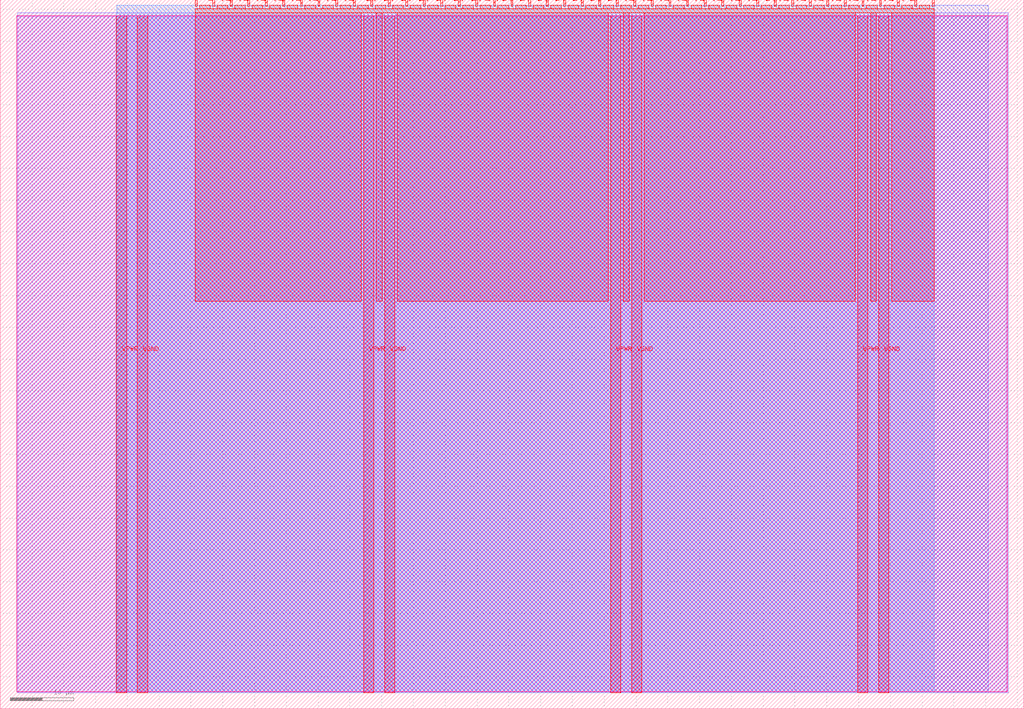
<source format=lef>
VERSION 5.7 ;
  NOWIREEXTENSIONATPIN ON ;
  DIVIDERCHAR "/" ;
  BUSBITCHARS "[]" ;
MACRO tt_um_kentrane_tinyspectrum
  CLASS BLOCK ;
  FOREIGN tt_um_kentrane_tinyspectrum ;
  ORIGIN 0.000 0.000 ;
  SIZE 161.000 BY 111.520 ;
  PIN VGND
    DIRECTION INOUT ;
    USE GROUND ;
    PORT
      LAYER met4 ;
        RECT 21.580 2.480 23.180 109.040 ;
    END
    PORT
      LAYER met4 ;
        RECT 60.450 2.480 62.050 109.040 ;
    END
    PORT
      LAYER met4 ;
        RECT 99.320 2.480 100.920 109.040 ;
    END
    PORT
      LAYER met4 ;
        RECT 138.190 2.480 139.790 109.040 ;
    END
  END VGND
  PIN VPWR
    DIRECTION INOUT ;
    USE POWER ;
    PORT
      LAYER met4 ;
        RECT 18.280 2.480 19.880 109.040 ;
    END
    PORT
      LAYER met4 ;
        RECT 57.150 2.480 58.750 109.040 ;
    END
    PORT
      LAYER met4 ;
        RECT 96.020 2.480 97.620 109.040 ;
    END
    PORT
      LAYER met4 ;
        RECT 134.890 2.480 136.490 109.040 ;
    END
  END VPWR
  PIN clk
    DIRECTION INPUT ;
    USE SIGNAL ;
    ANTENNAGATEAREA 0.852000 ;
    PORT
      LAYER met4 ;
        RECT 143.830 110.520 144.130 111.520 ;
    END
  END clk
  PIN ena
    DIRECTION INPUT ;
    USE SIGNAL ;
    ANTENNAGATEAREA 0.196500 ;
    PORT
      LAYER met4 ;
        RECT 146.590 110.520 146.890 111.520 ;
    END
  END ena
  PIN rst_n
    DIRECTION INPUT ;
    USE SIGNAL ;
    ANTENNAGATEAREA 0.196500 ;
    PORT
      LAYER met4 ;
        RECT 141.070 110.520 141.370 111.520 ;
    END
  END rst_n
  PIN ui_in[0]
    DIRECTION INPUT ;
    USE SIGNAL ;
    ANTENNAGATEAREA 0.196500 ;
    PORT
      LAYER met4 ;
        RECT 138.310 110.520 138.610 111.520 ;
    END
  END ui_in[0]
  PIN ui_in[1]
    DIRECTION INPUT ;
    USE SIGNAL ;
    ANTENNAGATEAREA 0.196500 ;
    PORT
      LAYER met4 ;
        RECT 135.550 110.520 135.850 111.520 ;
    END
  END ui_in[1]
  PIN ui_in[2]
    DIRECTION INPUT ;
    USE SIGNAL ;
    ANTENNAGATEAREA 0.196500 ;
    PORT
      LAYER met4 ;
        RECT 132.790 110.520 133.090 111.520 ;
    END
  END ui_in[2]
  PIN ui_in[3]
    DIRECTION INPUT ;
    USE SIGNAL ;
    ANTENNAGATEAREA 0.196500 ;
    PORT
      LAYER met4 ;
        RECT 130.030 110.520 130.330 111.520 ;
    END
  END ui_in[3]
  PIN ui_in[4]
    DIRECTION INPUT ;
    USE SIGNAL ;
    ANTENNAGATEAREA 0.159000 ;
    PORT
      LAYER met4 ;
        RECT 127.270 110.520 127.570 111.520 ;
    END
  END ui_in[4]
  PIN ui_in[5]
    DIRECTION INPUT ;
    USE SIGNAL ;
    ANTENNAGATEAREA 0.196500 ;
    PORT
      LAYER met4 ;
        RECT 124.510 110.520 124.810 111.520 ;
    END
  END ui_in[5]
  PIN ui_in[6]
    DIRECTION INPUT ;
    USE SIGNAL ;
    ANTENNAGATEAREA 0.196500 ;
    PORT
      LAYER met4 ;
        RECT 121.750 110.520 122.050 111.520 ;
    END
  END ui_in[6]
  PIN ui_in[7]
    DIRECTION INPUT ;
    USE SIGNAL ;
    ANTENNAGATEAREA 0.196500 ;
    PORT
      LAYER met4 ;
        RECT 118.990 110.520 119.290 111.520 ;
    END
  END ui_in[7]
  PIN uio_in[0]
    DIRECTION INPUT ;
    USE SIGNAL ;
    PORT
      LAYER met4 ;
        RECT 116.230 110.520 116.530 111.520 ;
    END
  END uio_in[0]
  PIN uio_in[1]
    DIRECTION INPUT ;
    USE SIGNAL ;
    PORT
      LAYER met4 ;
        RECT 113.470 110.520 113.770 111.520 ;
    END
  END uio_in[1]
  PIN uio_in[2]
    DIRECTION INPUT ;
    USE SIGNAL ;
    PORT
      LAYER met4 ;
        RECT 110.710 110.520 111.010 111.520 ;
    END
  END uio_in[2]
  PIN uio_in[3]
    DIRECTION INPUT ;
    USE SIGNAL ;
    PORT
      LAYER met4 ;
        RECT 107.950 110.520 108.250 111.520 ;
    END
  END uio_in[3]
  PIN uio_in[4]
    DIRECTION INPUT ;
    USE SIGNAL ;
    PORT
      LAYER met4 ;
        RECT 105.190 110.520 105.490 111.520 ;
    END
  END uio_in[4]
  PIN uio_in[5]
    DIRECTION INPUT ;
    USE SIGNAL ;
    PORT
      LAYER met4 ;
        RECT 102.430 110.520 102.730 111.520 ;
    END
  END uio_in[5]
  PIN uio_in[6]
    DIRECTION INPUT ;
    USE SIGNAL ;
    PORT
      LAYER met4 ;
        RECT 99.670 110.520 99.970 111.520 ;
    END
  END uio_in[6]
  PIN uio_in[7]
    DIRECTION INPUT ;
    USE SIGNAL ;
    PORT
      LAYER met4 ;
        RECT 96.910 110.520 97.210 111.520 ;
    END
  END uio_in[7]
  PIN uio_oe[0]
    DIRECTION OUTPUT ;
    USE SIGNAL ;
    PORT
      LAYER met4 ;
        RECT 49.990 110.520 50.290 111.520 ;
    END
  END uio_oe[0]
  PIN uio_oe[1]
    DIRECTION OUTPUT ;
    USE SIGNAL ;
    PORT
      LAYER met4 ;
        RECT 47.230 110.520 47.530 111.520 ;
    END
  END uio_oe[1]
  PIN uio_oe[2]
    DIRECTION OUTPUT ;
    USE SIGNAL ;
    PORT
      LAYER met4 ;
        RECT 44.470 110.520 44.770 111.520 ;
    END
  END uio_oe[2]
  PIN uio_oe[3]
    DIRECTION OUTPUT ;
    USE SIGNAL ;
    PORT
      LAYER met4 ;
        RECT 41.710 110.520 42.010 111.520 ;
    END
  END uio_oe[3]
  PIN uio_oe[4]
    DIRECTION OUTPUT ;
    USE SIGNAL ;
    PORT
      LAYER met4 ;
        RECT 38.950 110.520 39.250 111.520 ;
    END
  END uio_oe[4]
  PIN uio_oe[5]
    DIRECTION OUTPUT ;
    USE SIGNAL ;
    PORT
      LAYER met4 ;
        RECT 36.190 110.520 36.490 111.520 ;
    END
  END uio_oe[5]
  PIN uio_oe[6]
    DIRECTION OUTPUT ;
    USE SIGNAL ;
    PORT
      LAYER met4 ;
        RECT 33.430 110.520 33.730 111.520 ;
    END
  END uio_oe[6]
  PIN uio_oe[7]
    DIRECTION OUTPUT ;
    USE SIGNAL ;
    PORT
      LAYER met4 ;
        RECT 30.670 110.520 30.970 111.520 ;
    END
  END uio_oe[7]
  PIN uio_out[0]
    DIRECTION OUTPUT ;
    USE SIGNAL ;
    PORT
      LAYER met4 ;
        RECT 72.070 110.520 72.370 111.520 ;
    END
  END uio_out[0]
  PIN uio_out[1]
    DIRECTION OUTPUT ;
    USE SIGNAL ;
    PORT
      LAYER met4 ;
        RECT 69.310 110.520 69.610 111.520 ;
    END
  END uio_out[1]
  PIN uio_out[2]
    DIRECTION OUTPUT ;
    USE SIGNAL ;
    PORT
      LAYER met4 ;
        RECT 66.550 110.520 66.850 111.520 ;
    END
  END uio_out[2]
  PIN uio_out[3]
    DIRECTION OUTPUT ;
    USE SIGNAL ;
    PORT
      LAYER met4 ;
        RECT 63.790 110.520 64.090 111.520 ;
    END
  END uio_out[3]
  PIN uio_out[4]
    DIRECTION OUTPUT ;
    USE SIGNAL ;
    PORT
      LAYER met4 ;
        RECT 61.030 110.520 61.330 111.520 ;
    END
  END uio_out[4]
  PIN uio_out[5]
    DIRECTION OUTPUT ;
    USE SIGNAL ;
    PORT
      LAYER met4 ;
        RECT 58.270 110.520 58.570 111.520 ;
    END
  END uio_out[5]
  PIN uio_out[6]
    DIRECTION OUTPUT ;
    USE SIGNAL ;
    PORT
      LAYER met4 ;
        RECT 55.510 110.520 55.810 111.520 ;
    END
  END uio_out[6]
  PIN uio_out[7]
    DIRECTION OUTPUT ;
    USE SIGNAL ;
    PORT
      LAYER met4 ;
        RECT 52.750 110.520 53.050 111.520 ;
    END
  END uio_out[7]
  PIN uo_out[0]
    DIRECTION OUTPUT ;
    USE SIGNAL ;
    ANTENNADIFFAREA 0.911000 ;
    PORT
      LAYER met4 ;
        RECT 94.150 110.520 94.450 111.520 ;
    END
  END uo_out[0]
  PIN uo_out[1]
    DIRECTION OUTPUT ;
    USE SIGNAL ;
    ANTENNADIFFAREA 0.452000 ;
    PORT
      LAYER met4 ;
        RECT 91.390 110.520 91.690 111.520 ;
    END
  END uo_out[1]
  PIN uo_out[2]
    DIRECTION OUTPUT ;
    USE SIGNAL ;
    ANTENNADIFFAREA 0.891000 ;
    PORT
      LAYER met4 ;
        RECT 88.630 110.520 88.930 111.520 ;
    END
  END uo_out[2]
  PIN uo_out[3]
    DIRECTION OUTPUT ;
    USE SIGNAL ;
    ANTENNADIFFAREA 0.462000 ;
    PORT
      LAYER met4 ;
        RECT 85.870 110.520 86.170 111.520 ;
    END
  END uo_out[3]
  PIN uo_out[4]
    DIRECTION OUTPUT ;
    USE SIGNAL ;
    ANTENNADIFFAREA 0.891000 ;
    PORT
      LAYER met4 ;
        RECT 83.110 110.520 83.410 111.520 ;
    END
  END uo_out[4]
  PIN uo_out[5]
    DIRECTION OUTPUT ;
    USE SIGNAL ;
    ANTENNADIFFAREA 1.593000 ;
    PORT
      LAYER met4 ;
        RECT 80.350 110.520 80.650 111.520 ;
    END
  END uo_out[5]
  PIN uo_out[6]
    DIRECTION OUTPUT ;
    USE SIGNAL ;
    ANTENNADIFFAREA 0.891000 ;
    PORT
      LAYER met4 ;
        RECT 77.590 110.520 77.890 111.520 ;
    END
  END uo_out[6]
  PIN uo_out[7]
    DIRECTION OUTPUT ;
    USE SIGNAL ;
    ANTENNADIFFAREA 1.431000 ;
    PORT
      LAYER met4 ;
        RECT 74.830 110.520 75.130 111.520 ;
    END
  END uo_out[7]
  OBS
      LAYER nwell ;
        RECT 2.570 2.635 158.430 108.990 ;
      LAYER li1 ;
        RECT 2.760 2.635 158.240 108.885 ;
      LAYER met1 ;
        RECT 2.760 2.480 158.540 109.440 ;
      LAYER met2 ;
        RECT 18.310 2.535 155.380 110.685 ;
      LAYER met3 ;
        RECT 18.290 2.555 146.930 110.665 ;
      LAYER met4 ;
        RECT 31.370 110.120 33.030 110.665 ;
        RECT 34.130 110.120 35.790 110.665 ;
        RECT 36.890 110.120 38.550 110.665 ;
        RECT 39.650 110.120 41.310 110.665 ;
        RECT 42.410 110.120 44.070 110.665 ;
        RECT 45.170 110.120 46.830 110.665 ;
        RECT 47.930 110.120 49.590 110.665 ;
        RECT 50.690 110.120 52.350 110.665 ;
        RECT 53.450 110.120 55.110 110.665 ;
        RECT 56.210 110.120 57.870 110.665 ;
        RECT 58.970 110.120 60.630 110.665 ;
        RECT 61.730 110.120 63.390 110.665 ;
        RECT 64.490 110.120 66.150 110.665 ;
        RECT 67.250 110.120 68.910 110.665 ;
        RECT 70.010 110.120 71.670 110.665 ;
        RECT 72.770 110.120 74.430 110.665 ;
        RECT 75.530 110.120 77.190 110.665 ;
        RECT 78.290 110.120 79.950 110.665 ;
        RECT 81.050 110.120 82.710 110.665 ;
        RECT 83.810 110.120 85.470 110.665 ;
        RECT 86.570 110.120 88.230 110.665 ;
        RECT 89.330 110.120 90.990 110.665 ;
        RECT 92.090 110.120 93.750 110.665 ;
        RECT 94.850 110.120 96.510 110.665 ;
        RECT 97.610 110.120 99.270 110.665 ;
        RECT 100.370 110.120 102.030 110.665 ;
        RECT 103.130 110.120 104.790 110.665 ;
        RECT 105.890 110.120 107.550 110.665 ;
        RECT 108.650 110.120 110.310 110.665 ;
        RECT 111.410 110.120 113.070 110.665 ;
        RECT 114.170 110.120 115.830 110.665 ;
        RECT 116.930 110.120 118.590 110.665 ;
        RECT 119.690 110.120 121.350 110.665 ;
        RECT 122.450 110.120 124.110 110.665 ;
        RECT 125.210 110.120 126.870 110.665 ;
        RECT 127.970 110.120 129.630 110.665 ;
        RECT 130.730 110.120 132.390 110.665 ;
        RECT 133.490 110.120 135.150 110.665 ;
        RECT 136.250 110.120 137.910 110.665 ;
        RECT 139.010 110.120 140.670 110.665 ;
        RECT 141.770 110.120 143.430 110.665 ;
        RECT 144.530 110.120 146.190 110.665 ;
        RECT 30.655 109.440 146.905 110.120 ;
        RECT 30.655 64.095 56.750 109.440 ;
        RECT 59.150 64.095 60.050 109.440 ;
        RECT 62.450 64.095 95.620 109.440 ;
        RECT 98.020 64.095 98.920 109.440 ;
        RECT 101.320 64.095 134.490 109.440 ;
        RECT 136.890 64.095 137.790 109.440 ;
        RECT 140.190 64.095 146.905 109.440 ;
  END
END tt_um_kentrane_tinyspectrum
END LIBRARY


</source>
